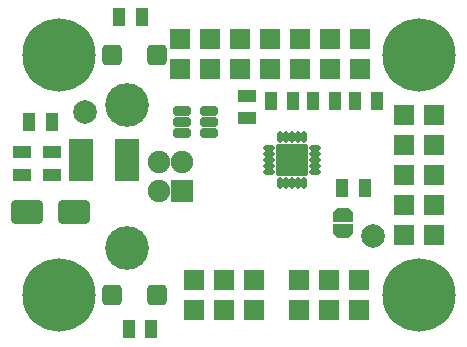
<source format=gbr>
%TF.GenerationSoftware,KiCad,Pcbnew,7.0.7-7.0.7~ubuntu23.04.1*%
%TF.CreationDate,2023-09-17T11:40:07+00:00*%
%TF.ProjectId,USB232R02,55534232-3332-4523-9032-2e6b69636164,rev?*%
%TF.SameCoordinates,PX7f790e8PY698c050*%
%TF.FileFunction,Soldermask,Bot*%
%TF.FilePolarity,Negative*%
%FSLAX46Y46*%
G04 Gerber Fmt 4.6, Leading zero omitted, Abs format (unit mm)*
G04 Created by KiCad (PCBNEW 7.0.7-7.0.7~ubuntu23.04.1) date 2023-09-17 11:40:07*
%MOMM*%
%LPD*%
G01*
G04 APERTURE LIST*
G04 Aperture macros list*
%AMRoundRect*
0 Rectangle with rounded corners*
0 $1 Rounding radius*
0 $2 $3 $4 $5 $6 $7 $8 $9 X,Y pos of 4 corners*
0 Add a 4 corners polygon primitive as box body*
4,1,4,$2,$3,$4,$5,$6,$7,$8,$9,$2,$3,0*
0 Add four circle primitives for the rounded corners*
1,1,$1+$1,$2,$3*
1,1,$1+$1,$4,$5*
1,1,$1+$1,$6,$7*
1,1,$1+$1,$8,$9*
0 Add four rect primitives between the rounded corners*
20,1,$1+$1,$2,$3,$4,$5,0*
20,1,$1+$1,$4,$5,$6,$7,0*
20,1,$1+$1,$6,$7,$8,$9,0*
20,1,$1+$1,$8,$9,$2,$3,0*%
%AMFreePoly0*
4,1,38,0.558779,0.830902,0.595106,0.780902,0.600000,0.750000,0.600000,-0.750000,0.580902,-0.808779,0.530902,-0.845106,0.500000,-0.850000,0.000000,-0.850000,-0.015663,-0.844911,-0.071157,-0.844911,-0.099330,-0.840860,-0.235881,-0.800765,-0.261772,-0.788941,-0.381494,-0.712000,-0.403005,-0.693361,-0.496202,-0.585806,-0.511590,-0.561861,-0.570709,-0.432407,-0.578728,-0.405098,-0.598982,-0.264232,
-0.600000,-0.250000,-0.600000,0.250000,-0.598982,0.264232,-0.578728,0.405098,-0.570709,0.432407,-0.511590,0.561861,-0.496202,0.585806,-0.403005,0.693361,-0.381494,0.712000,-0.261772,0.788941,-0.235881,0.800765,-0.099330,0.840860,-0.071157,0.844911,-0.031170,0.844911,-0.030902,0.845106,0.000000,0.850000,0.500000,0.850000,0.558779,0.830902,0.558779,0.830902,$1*%
%AMFreePoly1*
4,1,38,0.015663,0.844911,0.071157,0.844911,0.099330,0.840860,0.235881,0.800765,0.261772,0.788941,0.381494,0.712000,0.403005,0.693361,0.496202,0.585806,0.511590,0.561861,0.570709,0.432407,0.578728,0.405098,0.598982,0.264232,0.600000,0.250000,0.600000,-0.250000,0.598982,-0.264232,0.578728,-0.405098,0.570709,-0.432407,0.511590,-0.561861,0.496202,-0.585806,0.403005,-0.693361,
0.381494,-0.712000,0.261772,-0.788941,0.235881,-0.800765,0.099330,-0.840860,0.071157,-0.844911,0.031170,-0.844911,0.030902,-0.845106,0.000000,-0.850000,-0.500000,-0.850000,-0.558779,-0.830902,-0.595106,-0.780902,-0.600000,-0.750000,-0.600000,0.750000,-0.580902,0.808779,-0.530902,0.845106,-0.500000,0.850000,0.000000,0.850000,0.015663,0.844911,0.015663,0.844911,$1*%
G04 Aperture macros list end*
%ADD10C,6.200000*%
%ADD11RoundRect,0.100000X0.850000X0.850000X-0.850000X0.850000X-0.850000X-0.850000X0.850000X-0.850000X0*%
%ADD12C,1.900000*%
%ADD13C,3.700000*%
%ADD14RoundRect,0.100000X0.762000X-0.762000X0.762000X0.762000X-0.762000X0.762000X-0.762000X-0.762000X0*%
%ADD15RoundRect,0.100000X-0.762000X-0.762000X0.762000X-0.762000X0.762000X0.762000X-0.762000X0.762000X0*%
%ADD16RoundRect,0.100000X-0.444500X-0.698500X0.444500X-0.698500X0.444500X0.698500X-0.444500X0.698500X0*%
%ADD17C,2.000000*%
%ADD18RoundRect,0.100000X0.698500X-0.444500X0.698500X0.444500X-0.698500X0.444500X-0.698500X-0.444500X0*%
%ADD19RoundRect,0.100000X-0.698500X0.444500X-0.698500X-0.444500X0.698500X-0.444500X0.698500X0.444500X0*%
%ADD20RoundRect,0.100000X0.444500X0.698500X-0.444500X0.698500X-0.444500X-0.698500X0.444500X-0.698500X0*%
%ADD21RoundRect,0.162500X0.062500X-0.350000X0.062500X0.350000X-0.062500X0.350000X-0.062500X-0.350000X0*%
%ADD22RoundRect,0.162500X0.350000X-0.062500X0.350000X0.062500X-0.350000X0.062500X-0.350000X-0.062500X0*%
%ADD23RoundRect,0.100000X1.250000X-1.250000X1.250000X1.250000X-1.250000X1.250000X-1.250000X-1.250000X0*%
%ADD24RoundRect,0.290667X0.524333X0.559333X-0.524333X0.559333X-0.524333X-0.559333X0.524333X-0.559333X0*%
%ADD25RoundRect,0.290667X-0.524333X-0.559333X0.524333X-0.559333X0.524333X0.559333X-0.524333X0.559333X0*%
%ADD26RoundRect,0.250000X0.512500X0.150000X-0.512500X0.150000X-0.512500X-0.150000X0.512500X-0.150000X0*%
%ADD27RoundRect,0.350000X1.000000X0.650000X-1.000000X0.650000X-1.000000X-0.650000X1.000000X-0.650000X0*%
%ADD28RoundRect,0.100000X0.950000X1.700000X-0.950000X1.700000X-0.950000X-1.700000X0.950000X-1.700000X0*%
%ADD29FreePoly0,270.000000*%
%ADD30FreePoly1,270.000000*%
G04 APERTURE END LIST*
D10*
%TO.C,H3*%
X0Y0D03*
%TD*%
D11*
%TO.C,J1*%
X10414000Y8763000D03*
D12*
X10414000Y11263000D03*
X8414000Y11263000D03*
X8414000Y8763000D03*
D13*
X5704000Y3993000D03*
X5704000Y16033000D03*
%TD*%
D10*
%TO.C,H4*%
X30480000Y0D03*
%TD*%
D14*
%TO.C,J3*%
X20320000Y-1270000D03*
X20320000Y1270000D03*
X22860000Y-1270000D03*
X22860000Y1270000D03*
X25400000Y-1270000D03*
X25400000Y1270000D03*
%TD*%
D10*
%TO.C,H1*%
X30480000Y20320000D03*
%TD*%
%TO.C,H2*%
X0Y20320000D03*
%TD*%
D14*
%TO.C,J18*%
X10215000Y19074000D03*
X10215000Y21614000D03*
X12755000Y19074000D03*
X12755000Y21614000D03*
X15295000Y19074000D03*
X15295000Y21614000D03*
X17835000Y19074000D03*
X17835000Y21614000D03*
X20375000Y19074000D03*
X20375000Y21614000D03*
X22915000Y19074000D03*
X22915000Y21614000D03*
X25455000Y19074000D03*
X25455000Y21614000D03*
%TD*%
D15*
%TO.C,J19*%
X29195000Y15254000D03*
X31735000Y15254000D03*
X29195000Y12714000D03*
X31735000Y12714000D03*
X29195000Y10174000D03*
X31735000Y10174000D03*
X29195000Y7634000D03*
X31735000Y7634000D03*
X29195000Y5094000D03*
X31735000Y5094000D03*
%TD*%
D14*
%TO.C,J2*%
X11430000Y-1270000D03*
X11430000Y1270000D03*
X13970000Y-1270000D03*
X13970000Y1270000D03*
X16510000Y-1270000D03*
X16510000Y1270000D03*
%TD*%
D16*
%TO.C,R3*%
X5080000Y23495000D03*
X6985000Y23495000D03*
%TD*%
D17*
%TO.C,FID1*%
X26535000Y4974000D03*
%TD*%
D18*
%TO.C,C3*%
X15860000Y14944000D03*
X15860000Y16849000D03*
%TD*%
D19*
%TO.C,FB1*%
X-635000Y12065000D03*
X-635000Y10160000D03*
%TD*%
D20*
%TO.C,C1*%
X-635000Y14605000D03*
X-2540000Y14605000D03*
%TD*%
D16*
%TO.C,R2*%
X25019000Y16383000D03*
X26924000Y16383000D03*
%TD*%
D21*
%TO.C,U2*%
X20685000Y9492500D03*
X20185000Y9492500D03*
X19685000Y9492500D03*
X19185000Y9492500D03*
X18685000Y9492500D03*
D22*
X17747500Y10430000D03*
X17747500Y10930000D03*
X17747500Y11430000D03*
X17747500Y11930000D03*
X17747500Y12430000D03*
D21*
X18685000Y13367500D03*
X19185000Y13367500D03*
X19685000Y13367500D03*
X20185000Y13367500D03*
X20685000Y13367500D03*
D22*
X21622500Y12430000D03*
X21622500Y11930000D03*
X21622500Y11430000D03*
X21622500Y10930000D03*
X21622500Y10430000D03*
D23*
X19685000Y11430000D03*
%TD*%
D16*
%TO.C,R1*%
X21463000Y16383000D03*
X23368000Y16383000D03*
%TD*%
D24*
%TO.C,D2*%
X8265000Y20320000D03*
D25*
X4435000Y20320000D03*
%TD*%
D20*
%TO.C,C4*%
X19812000Y16383000D03*
X17907000Y16383000D03*
%TD*%
D17*
%TO.C,FID2*%
X2135000Y15474000D03*
%TD*%
D26*
%TO.C,U1*%
X12700000Y15555000D03*
X12700000Y14605000D03*
X12700000Y13655000D03*
X10425000Y13655000D03*
X10425000Y14605000D03*
X10425000Y15555000D03*
%TD*%
D18*
%TO.C,C2*%
X-3175000Y10160000D03*
X-3175000Y12065000D03*
%TD*%
D20*
%TO.C,C5*%
X25844500Y9017000D03*
X23939500Y9017000D03*
%TD*%
D27*
%TO.C,D1*%
X1270000Y6985000D03*
X-2730000Y6985000D03*
%TD*%
D28*
%TO.C,F1*%
X5715000Y11430000D03*
X1815000Y11430000D03*
%TD*%
D24*
%TO.C,D3*%
X8265000Y0D03*
D25*
X4435000Y0D03*
%TD*%
D29*
%TO.C,JP1*%
X24003000Y6731000D03*
D30*
X24003000Y5431000D03*
%TD*%
D20*
%TO.C,R4*%
X7787500Y-2926000D03*
X5882500Y-2926000D03*
%TD*%
M02*

</source>
